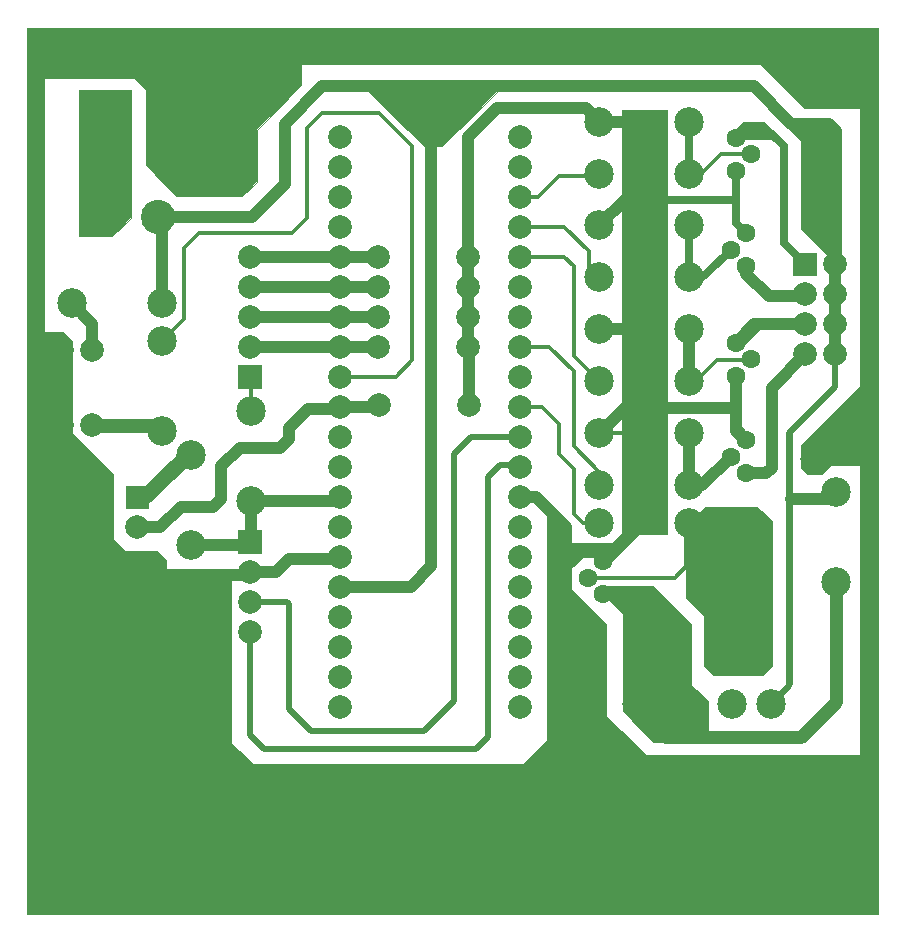
<source format=gbr>
%FSLAX34Y34*%
%MOMM*%
%LNCOPPER_BOTTOM*%
G71*
G01*
%ADD10C, 2.000*%
%ADD11C, 2.500*%
%ADD12C, 2.000*%
%ADD13C, 1.600*%
%ADD14C, 4.500*%
%ADD15C, 3.000*%
%ADD16C, 2.900*%
%ADD17C, 1.000*%
%ADD18C, 0.500*%
%ADD19C, 0.300*%
%ADD20C, 0.100*%
%ADD21C, 0.700*%
%ADD22C, 1.100*%
%LPD*%
X274787Y415473D02*
G54D10*
D03*
X274787Y440873D02*
G54D10*
D03*
X274787Y466273D02*
G54D10*
D03*
X274787Y491673D02*
G54D10*
D03*
X274787Y517073D02*
G54D10*
D03*
X274787Y542473D02*
G54D10*
D03*
X274787Y567873D02*
G54D10*
D03*
X274787Y593273D02*
G54D10*
D03*
X274787Y618673D02*
G54D10*
D03*
X274787Y644073D02*
G54D10*
D03*
X274787Y669473D02*
G54D10*
D03*
X274787Y694873D02*
G54D10*
D03*
X274787Y720273D02*
G54D10*
D03*
X274787Y745673D02*
G54D10*
D03*
X274787Y771073D02*
G54D10*
D03*
X274787Y796473D02*
G54D10*
D03*
X274787Y821873D02*
G54D10*
D03*
X274787Y847273D02*
G54D10*
D03*
X274787Y872673D02*
G54D10*
D03*
X274787Y898073D02*
G54D10*
D03*
X427187Y415473D02*
G54D10*
D03*
X427187Y440873D02*
G54D10*
D03*
X427187Y466273D02*
G54D10*
D03*
X427187Y491673D02*
G54D10*
D03*
X427187Y517073D02*
G54D10*
D03*
X427187Y542473D02*
G54D10*
D03*
X427187Y567873D02*
G54D10*
D03*
X427187Y593273D02*
G54D10*
D03*
X427187Y618673D02*
G54D10*
D03*
X427187Y644073D02*
G54D10*
D03*
X427187Y669473D02*
G54D10*
D03*
X427187Y694873D02*
G54D10*
D03*
X427187Y720273D02*
G54D10*
D03*
X427187Y745673D02*
G54D10*
D03*
X427187Y771073D02*
G54D10*
D03*
X427187Y796473D02*
G54D10*
D03*
X427187Y821873D02*
G54D10*
D03*
X427187Y847273D02*
G54D10*
D03*
X427187Y872673D02*
G54D10*
D03*
X427187Y898073D02*
G54D10*
D03*
X123486Y757097D02*
G54D11*
D03*
X47286Y757097D02*
G54D11*
D03*
X123486Y725347D02*
G54D11*
D03*
X123486Y649147D02*
G54D11*
D03*
X494125Y911025D02*
G54D11*
D03*
X570325Y911025D02*
G54D11*
D03*
X570325Y571275D02*
G54D11*
D03*
X494125Y571275D02*
G54D11*
D03*
X622896Y571171D02*
G54D11*
D03*
X676778Y625053D02*
G54D11*
D03*
X694368Y596978D02*
G54D11*
D03*
X694368Y520778D02*
G54D11*
D03*
X199197Y589664D02*
G54D11*
D03*
X199197Y665864D02*
G54D11*
D03*
X382737Y796473D02*
G54D12*
D03*
X306537Y796473D02*
G54D12*
D03*
X148338Y629032D02*
G54D11*
D03*
X148338Y552832D02*
G54D11*
D03*
X307350Y670875D02*
G54D12*
D03*
X383550Y670875D02*
G54D12*
D03*
X64543Y717207D02*
G54D12*
D03*
X39143Y717207D02*
G54D12*
D03*
X64543Y653707D02*
G54D12*
D03*
X39143Y653707D02*
G54D12*
D03*
X609897Y897492D02*
G54D13*
D03*
X622598Y883492D02*
G54D13*
D03*
X609898Y869492D02*
G54D13*
D03*
X618241Y788444D02*
G54D13*
D03*
X605541Y802443D02*
G54D13*
D03*
X618241Y816444D02*
G54D13*
D03*
X609721Y723789D02*
G54D13*
D03*
X622421Y709788D02*
G54D13*
D03*
X609722Y695788D02*
G54D13*
D03*
X618028Y613048D02*
G54D13*
D03*
X605328Y627048D02*
G54D13*
D03*
X618028Y641048D02*
G54D13*
D03*
X497689Y510933D02*
G54D13*
D03*
X484989Y524933D02*
G54D13*
D03*
X497689Y538933D02*
G54D13*
D03*
X606164Y418246D02*
G54D11*
D03*
X639935Y418246D02*
G54D11*
D03*
X526164Y418246D02*
G54D11*
D03*
X683050Y945750D02*
G54D14*
D03*
X206800Y945750D02*
G54D14*
D03*
X206800Y291700D02*
G54D14*
D03*
X683050Y291700D02*
G54D14*
D03*
X80000Y920000D02*
G54D15*
D03*
X130000Y920000D02*
G54D15*
D03*
X70000Y830000D02*
G54D16*
D03*
X120800Y830000D02*
G54D16*
D03*
G36*
X188587Y684873D02*
X188587Y704873D01*
X208587Y704873D01*
X208587Y684873D01*
X188587Y684873D01*
G37*
X198587Y720273D02*
G54D12*
D03*
X198587Y745673D02*
G54D12*
D03*
X198587Y771073D02*
G54D12*
D03*
X198587Y796473D02*
G54D12*
D03*
G36*
X113120Y602801D02*
X113120Y582801D01*
X93120Y582801D01*
X93120Y602801D01*
X113120Y602801D01*
G37*
X103120Y567401D02*
G54D12*
D03*
G36*
X208587Y565173D02*
X208587Y545173D01*
X188587Y545173D01*
X188587Y565173D01*
X208587Y565173D01*
G37*
X198587Y529773D02*
G54D12*
D03*
X198587Y504373D02*
G54D12*
D03*
X198587Y478973D02*
G54D12*
D03*
G36*
X678098Y800049D02*
X678098Y780049D01*
X658098Y780049D01*
X658098Y800049D01*
X678098Y800049D01*
G37*
X693498Y790049D02*
G54D12*
D03*
X668098Y764649D02*
G54D12*
D03*
X693498Y764649D02*
G54D12*
D03*
X668098Y739250D02*
G54D12*
D03*
X693498Y739249D02*
G54D12*
D03*
X668098Y713849D02*
G54D12*
D03*
X693498Y713849D02*
G54D12*
D03*
G54D17*
X80000Y920000D02*
X80000Y840000D01*
X70000Y830000D01*
X494125Y867025D02*
G54D11*
D03*
X570325Y867025D02*
G54D11*
D03*
X494125Y823025D02*
G54D11*
D03*
X570325Y823025D02*
G54D11*
D03*
X494125Y779025D02*
G54D11*
D03*
X570325Y779025D02*
G54D11*
D03*
X494125Y735025D02*
G54D11*
D03*
X570325Y735025D02*
G54D11*
D03*
X494125Y691025D02*
G54D11*
D03*
X570325Y691025D02*
G54D11*
D03*
X494125Y647025D02*
G54D11*
D03*
X570325Y647025D02*
G54D11*
D03*
X494125Y603025D02*
G54D11*
D03*
X570325Y603025D02*
G54D11*
D03*
G54D18*
X609898Y869492D02*
X609898Y824787D01*
X618241Y816444D01*
G54D19*
X570325Y867025D02*
X580650Y867025D01*
X597225Y883600D01*
X622490Y883600D01*
X622598Y883492D01*
G54D19*
X570325Y779025D02*
X582122Y779025D01*
X605541Y802443D01*
G54D19*
X570325Y779025D02*
X570325Y823025D01*
G54D19*
X570325Y911025D02*
X570325Y867025D01*
G54D19*
X609925Y845500D02*
X516600Y845500D01*
X494125Y823025D01*
G54D19*
X494125Y911025D02*
X519000Y911025D01*
X530550Y899475D01*
X530550Y859450D01*
X494125Y823025D01*
G54D19*
X609722Y695788D02*
X609722Y651260D01*
X619934Y641048D01*
G54D19*
X570325Y691025D02*
X576100Y691025D01*
X594050Y708975D01*
X621608Y708975D01*
X622421Y709788D01*
G54D19*
X570325Y603025D02*
X583210Y603025D01*
X607234Y627048D01*
G54D19*
X570325Y647025D02*
X570325Y603025D01*
G54D19*
X570325Y735025D02*
X570325Y691025D01*
G54D19*
X609925Y667700D02*
X514800Y667700D01*
X494125Y647025D01*
G54D19*
X494125Y735025D02*
X517200Y735025D01*
X530550Y721675D01*
X530550Y683450D01*
X494125Y647025D01*
G54D19*
X530550Y721675D02*
X530550Y874075D01*
G54D19*
X427187Y847273D02*
X442473Y847273D01*
X459750Y864550D01*
X491650Y864550D01*
X494125Y867025D01*
G54D19*
X427187Y821873D02*
X464327Y821873D01*
X485150Y801050D01*
X485150Y788000D01*
X494125Y779025D01*
G54D19*
X427187Y796473D02*
X464327Y796473D01*
X472450Y788350D01*
X472450Y712700D01*
X494125Y691025D01*
G54D19*
X609897Y897492D02*
X642708Y897492D01*
X650250Y889950D01*
X650250Y807897D01*
X668098Y790049D01*
G54D19*
X618241Y788444D02*
X618241Y782259D01*
X637550Y762950D01*
X666398Y762950D01*
X668098Y764649D01*
G54D19*
X609721Y723789D02*
X617439Y723789D01*
X631200Y737550D01*
X666398Y737550D01*
X668098Y739250D01*
G54D19*
X618028Y613048D02*
X640048Y613048D01*
X643900Y616900D01*
X643900Y689652D01*
X668098Y713849D01*
G54D19*
X123486Y757097D02*
X123486Y827314D01*
X120800Y830000D01*
G54D19*
X39143Y717207D02*
X22893Y717207D01*
X21600Y718500D01*
G54D19*
X123486Y649147D02*
X69103Y649147D01*
X64543Y653707D01*
G54D19*
X39143Y653707D02*
X26657Y653707D01*
X21600Y648650D01*
X382737Y771073D02*
G54D12*
D03*
X306537Y771073D02*
G54D12*
D03*
X382737Y745673D02*
G54D12*
D03*
X306537Y745673D02*
G54D12*
D03*
X382737Y720273D02*
G54D12*
D03*
X306537Y720273D02*
G54D12*
D03*
G54D19*
X274787Y796473D02*
X306537Y796473D01*
G54D19*
X274787Y771073D02*
X306537Y771073D01*
G54D19*
X274787Y745673D02*
X306537Y745673D01*
G54D19*
X274787Y720273D02*
X306537Y720273D01*
G54D19*
X382737Y720273D02*
X382737Y745673D01*
X382737Y771073D01*
X382737Y796473D01*
X382737Y901837D01*
X402600Y921700D01*
X483450Y921700D01*
X494125Y911025D01*
G54D19*
X198587Y796473D02*
X274787Y796473D01*
G54D19*
X198587Y771073D02*
X274787Y771073D01*
G54D19*
X198587Y745673D02*
X274787Y745673D01*
G54D19*
X198587Y720273D02*
X274787Y720273D01*
G54D19*
X274787Y593273D02*
X202806Y593273D01*
X199197Y589664D01*
G54D19*
X199197Y665864D02*
X199197Y694263D01*
X198587Y694873D01*
G54D19*
X21600Y528000D02*
X196814Y528000D01*
X198587Y529773D01*
X220223Y529773D01*
X231150Y540700D01*
X273014Y540700D01*
X274787Y542473D01*
G54D19*
X198587Y555173D02*
X198587Y589054D01*
X199197Y589664D01*
G54D19*
X198587Y555173D02*
X150679Y555173D01*
X148338Y552832D01*
G54D19*
X148338Y629032D02*
X139351Y629032D01*
X103120Y592801D01*
G54D19*
X103120Y567401D02*
X118151Y567401D01*
X135900Y585150D01*
X167650Y585150D01*
X174000Y591500D01*
X174000Y623250D01*
X186700Y635950D01*
X224800Y635950D01*
X231150Y642300D01*
X231150Y655000D01*
X243850Y667700D01*
X273014Y667700D01*
X274787Y669473D01*
G54D19*
X274787Y669473D02*
X305948Y669473D01*
X307350Y670875D01*
G54D19*
X494125Y603025D02*
X494125Y614275D01*
X472450Y635950D01*
X472450Y699450D01*
X451627Y720273D01*
X427187Y720273D01*
G54D19*
X494125Y571275D02*
X479975Y571275D01*
X472450Y578800D01*
X472450Y616900D01*
X459750Y629600D01*
X459750Y655000D01*
X445277Y669473D01*
X427187Y669473D01*
G54D19*
X484989Y524933D02*
X558283Y524933D01*
X567700Y534350D01*
X567700Y568650D01*
X570325Y571275D01*
G54D17*
X497689Y538933D02*
X497689Y540861D01*
X491500Y547050D01*
X478800Y547050D01*
X466100Y534350D01*
X466100Y401000D01*
X497850Y369250D01*
X720100Y369250D01*
G54D19*
X382737Y720273D02*
X382737Y671688D01*
X383550Y670875D01*
G54D19*
X427187Y593273D02*
X445277Y593273D01*
X459750Y578800D01*
X459750Y540700D01*
X466100Y534350D01*
G54D19*
X494125Y647025D02*
X518525Y647025D01*
X529600Y635950D01*
X529600Y570844D01*
X497689Y538933D01*
G54D19*
X693498Y713849D02*
X693498Y685548D01*
X656600Y648650D01*
X656600Y434912D01*
X639935Y418246D01*
G54D19*
X570325Y571275D02*
X622792Y571275D01*
X622896Y571171D01*
G54D19*
X676778Y625053D02*
X715553Y625053D01*
X720100Y629600D01*
G54D19*
X656600Y591500D02*
X688889Y591500D01*
X694368Y596978D01*
G54D17*
X210000Y250000D02*
X720000Y250000D01*
X720000Y980000D01*
X20000Y980000D01*
X20000Y250000D01*
X210000Y250000D01*
G54D17*
X130000Y920000D02*
X130000Y980000D01*
G36*
X10000Y990000D02*
X730000Y990000D01*
X730000Y980000D01*
X10000Y980000D01*
X10000Y990000D01*
G37*
G54D20*
X10000Y990000D02*
X730000Y990000D01*
X730000Y980000D01*
X10000Y980000D01*
X10000Y990000D01*
G36*
X10000Y990000D02*
X10000Y240000D01*
X20000Y240000D01*
X20000Y990000D01*
X10000Y990000D01*
G37*
G54D20*
X10000Y990000D02*
X10000Y240000D01*
X20000Y240000D01*
X20000Y990000D01*
X10000Y990000D01*
G36*
X10000Y240000D02*
X730000Y240000D01*
X730000Y250000D01*
X10000Y250000D01*
X10000Y240000D01*
G37*
G54D20*
X10000Y240000D02*
X730000Y240000D01*
X730000Y250000D01*
X10000Y250000D01*
X10000Y240000D01*
G36*
X730000Y240000D02*
X730000Y990000D01*
X720000Y990000D01*
X720000Y240000D01*
X730000Y240000D01*
G37*
G54D20*
X730000Y240000D02*
X730000Y990000D01*
X720000Y990000D01*
X720000Y240000D01*
X730000Y240000D01*
G36*
X53350Y937575D02*
X97800Y937575D01*
X97800Y829625D01*
X81925Y813750D01*
X53350Y813750D01*
X53350Y937575D01*
G37*
G54D20*
X53350Y937575D02*
X97800Y937575D01*
X97800Y829625D01*
X81925Y813750D01*
X53350Y813750D01*
X53350Y937575D01*
G36*
X10000Y948000D02*
X100000Y948000D01*
X110000Y938000D01*
X110000Y908000D01*
X114000Y904000D01*
X154000Y904000D01*
X158000Y908000D01*
X158000Y990000D01*
X10000Y990000D01*
X10000Y948000D01*
G37*
G54D20*
X10000Y948000D02*
X100000Y948000D01*
X110000Y938000D01*
X110000Y908000D01*
X114000Y904000D01*
X154000Y904000D01*
X158000Y908000D01*
X158000Y990000D01*
X10000Y990000D01*
X10000Y948000D01*
G54D19*
X274787Y694873D02*
X321823Y694873D01*
X335925Y708975D01*
X335925Y889950D01*
X307350Y918525D01*
X259725Y918525D01*
X247025Y905825D01*
X247025Y829625D01*
X234325Y816925D01*
X154950Y816925D01*
X142250Y804225D01*
X142250Y744112D01*
X123486Y725347D01*
G54D17*
X120800Y830000D02*
X199775Y830000D01*
X227975Y858200D01*
X227975Y909000D01*
X259725Y940750D01*
X624850Y940750D01*
X656600Y909000D01*
X688350Y909000D01*
X694700Y902650D01*
X694700Y791252D01*
X693498Y790049D01*
X693498Y764649D01*
X693498Y739249D01*
X693498Y713849D01*
G54D17*
X274787Y517073D02*
X334523Y517073D01*
X351800Y534350D01*
X351800Y940750D01*
G36*
X242000Y990000D02*
X242000Y942000D01*
X204000Y904000D01*
X204000Y860000D01*
X192000Y848000D01*
X136000Y848000D01*
X110000Y874000D01*
X110000Y990000D01*
X242000Y990000D01*
G37*
G54D20*
X242000Y990000D02*
X242000Y942000D01*
X204000Y904000D01*
X204000Y860000D01*
X192000Y848000D01*
X136000Y848000D01*
X110000Y874000D01*
X110000Y990000D01*
X242000Y990000D01*
G36*
X240000Y960000D02*
X660000Y960000D01*
X660000Y990000D01*
X242000Y990000D01*
X242000Y962000D01*
X240000Y960000D01*
G37*
G54D20*
X240000Y960000D02*
X660000Y960000D01*
X660000Y990000D01*
X242000Y990000D01*
X242000Y962000D01*
X240000Y960000D01*
G36*
X295000Y942500D02*
X345000Y892500D01*
X360000Y892500D01*
X295000Y942500D01*
G37*
G54D20*
X295000Y942500D02*
X345000Y892500D01*
X360000Y892500D01*
X295000Y942500D01*
G36*
X360000Y892500D02*
X405000Y937500D01*
X300000Y937500D01*
X342500Y895000D01*
X362500Y895000D01*
X360000Y892500D01*
G37*
G54D20*
X360000Y892500D02*
X405000Y937500D01*
X300000Y937500D01*
X342500Y895000D01*
X362500Y895000D01*
X360000Y892500D01*
G54D20*
X347500Y892500D02*
X360000Y892500D01*
X365000Y897500D01*
X347500Y897500D01*
X347500Y892500D01*
G36*
X347500Y892500D02*
X360000Y892500D01*
X365000Y897500D01*
X345000Y897500D01*
X345000Y895000D01*
X347500Y892500D01*
G37*
G54D20*
X347500Y892500D02*
X360000Y892500D01*
X365000Y897500D01*
X345000Y897500D01*
X345000Y895000D01*
X347500Y892500D01*
G36*
X667500Y922500D02*
X630000Y960000D01*
X630000Y990000D01*
X730000Y990000D01*
X730000Y922500D01*
X667500Y922500D01*
G37*
G54D20*
X667500Y922500D02*
X630000Y960000D01*
X630000Y990000D01*
X730000Y990000D01*
X730000Y922500D01*
X667500Y922500D01*
G36*
X650000Y910000D02*
X692500Y867500D01*
X692500Y904850D01*
X688350Y909000D01*
X656600Y909000D01*
X650000Y910000D01*
G37*
G54D20*
X650000Y910000D02*
X692500Y867500D01*
X692500Y904850D01*
X688350Y909000D01*
X656600Y909000D01*
X650000Y910000D01*
G54D17*
X383550Y670875D02*
X383550Y719460D01*
X382737Y720273D01*
X382737Y745673D01*
X382737Y771073D01*
X382737Y796473D01*
X382737Y897737D01*
X407500Y922500D01*
X482650Y922500D01*
X494125Y911025D01*
G36*
X513225Y920525D02*
X513225Y561775D01*
X551225Y561775D01*
X551225Y920525D01*
X513225Y920525D01*
G37*
G54D20*
X513225Y920525D02*
X513225Y561775D01*
X551225Y561775D01*
X551225Y920525D01*
X513225Y920525D01*
G54D17*
X494125Y911025D02*
X526025Y911025D01*
X527500Y912500D01*
G54D17*
X494125Y823025D02*
X516600Y845500D01*
G54D17*
X494125Y647025D02*
X494525Y647025D01*
X520000Y672500D01*
G54D17*
X494125Y735025D02*
X532475Y735025D01*
X532500Y735000D01*
G54D21*
X540000Y845000D02*
X609425Y845000D01*
X609925Y845500D01*
X609925Y824759D01*
X618241Y816444D01*
G54D21*
X618241Y816444D02*
X609898Y824787D01*
X609898Y869492D01*
G54D21*
X570325Y779025D02*
X581525Y779025D01*
X585000Y782500D01*
X585598Y782500D01*
X605541Y802443D01*
G54D21*
X570325Y911025D02*
X570325Y867025D01*
G54D21*
X570325Y823025D02*
X570325Y779025D01*
G54D21*
X609897Y897492D02*
X609897Y899897D01*
X617500Y907500D01*
X632700Y907500D01*
X650250Y889950D01*
X650250Y807897D01*
X668098Y790049D01*
G36*
X609897Y897492D02*
X642708Y897492D01*
X632700Y907500D01*
X619905Y907500D01*
X609897Y897492D01*
G37*
G54D20*
X609897Y897492D02*
X642708Y897492D01*
X632700Y907500D01*
X619905Y907500D01*
X609897Y897492D01*
G54D17*
X618241Y788444D02*
X618241Y782259D01*
X637550Y762950D01*
X666398Y762950D01*
X668098Y764649D01*
G54D17*
X668098Y739250D02*
X625182Y739250D01*
X609721Y723789D01*
G54D17*
X618028Y613048D02*
X635548Y613048D01*
X640000Y617500D01*
X640000Y685752D01*
X668098Y713849D01*
G54D17*
X570325Y735025D02*
X570325Y691025D01*
G54D17*
X535000Y668770D02*
X609725Y668770D01*
X609925Y668970D01*
X609925Y650422D01*
X618028Y641048D01*
G54D17*
X618028Y641048D02*
X609925Y649152D01*
X609925Y695585D01*
X609722Y695788D01*
G54D17*
X570325Y603025D02*
X581306Y603025D01*
X605328Y627048D01*
G54D17*
X570325Y647025D02*
X570325Y603025D01*
G36*
X730000Y687500D02*
X715000Y687500D01*
X665000Y637500D01*
X665000Y617500D01*
X670000Y612500D01*
X682500Y612500D01*
X690000Y620000D01*
X730000Y620000D01*
X730000Y687500D01*
G37*
G54D20*
X730000Y687500D02*
X715000Y687500D01*
X665000Y637500D01*
X665000Y617500D01*
X670000Y612500D01*
X682500Y612500D01*
X690000Y620000D01*
X730000Y620000D01*
X730000Y687500D01*
G54D18*
X693498Y713849D02*
X693498Y685998D01*
X655000Y647500D01*
X655000Y433312D01*
X639935Y418246D01*
G54D17*
X656600Y591500D02*
X688889Y591500D01*
X694368Y596978D01*
G36*
X693498Y790049D02*
X693498Y791502D01*
X665000Y820000D01*
X665000Y905000D01*
X662500Y907500D01*
X689850Y907500D01*
X694700Y902650D01*
X694700Y791252D01*
X693498Y790049D01*
G37*
G54D20*
X693498Y790049D02*
X693498Y791502D01*
X665000Y820000D01*
X665000Y905000D01*
X662500Y907500D01*
X689850Y907500D01*
X694700Y902650D01*
X694700Y791252D01*
X693498Y790049D01*
G54D22*
X570325Y571275D02*
X622792Y571275D01*
X622896Y571171D01*
G54D22*
X497689Y538933D02*
X529600Y570844D01*
G54D18*
X198587Y478973D02*
X198587Y391413D01*
X210000Y380000D01*
X390000Y380000D01*
X400000Y390000D01*
X400000Y610000D01*
X410000Y620000D01*
X425860Y620000D01*
X427187Y618673D01*
G54D18*
X198587Y504373D02*
X229377Y504373D01*
X231150Y502600D01*
X231150Y413850D01*
X250000Y395000D01*
X345800Y395000D01*
X370850Y420050D01*
X370850Y629600D01*
X385323Y644073D01*
X427187Y644073D01*
G54D17*
X17500Y527500D02*
X196314Y527500D01*
X198587Y529773D01*
X220223Y529773D01*
X231150Y540700D01*
X273014Y540700D01*
X274787Y542473D01*
G54D17*
X199197Y589664D02*
X271178Y589664D01*
X274787Y593273D01*
G54D17*
X199197Y589664D02*
X199197Y555783D01*
X198587Y555173D01*
G54D17*
X148338Y552832D02*
X196246Y552832D01*
X198587Y555173D01*
G54D17*
X39143Y653707D02*
X18707Y653707D01*
X15000Y650000D01*
G54D17*
X39143Y717207D02*
X19707Y717207D01*
X17500Y715000D01*
G54D17*
X64543Y717207D02*
X64543Y739840D01*
X47286Y757097D01*
G54D17*
X64543Y653707D02*
X118926Y653707D01*
X123486Y649147D01*
G54D17*
X103120Y592801D02*
X112107Y592801D01*
X148338Y629032D01*
G54D17*
X103120Y567401D02*
X122401Y567401D01*
X140000Y585000D01*
X167500Y585000D01*
X174000Y591500D01*
X174000Y619000D01*
X190000Y635000D01*
X223850Y635000D01*
X231150Y642300D01*
X231150Y651150D01*
X247500Y667500D01*
X272814Y667500D01*
X274787Y669473D01*
G54D17*
X198587Y720273D02*
X274787Y720273D01*
X306537Y720273D01*
G54D17*
X198587Y745673D02*
X274787Y745673D01*
X306537Y745673D01*
G54D17*
X198587Y771073D02*
X274787Y771073D01*
X306537Y771073D01*
G54D17*
X198587Y796473D02*
X274787Y796473D01*
X306537Y796473D01*
G54D17*
X123486Y757097D02*
X123486Y827314D01*
X120800Y830000D01*
G54D17*
X274787Y669473D02*
X305948Y669473D01*
X307350Y670875D01*
G36*
X457500Y580000D02*
X457500Y400000D01*
X465000Y400000D01*
X470000Y405000D01*
X470000Y568550D01*
X459750Y578800D01*
X458800Y578800D01*
X457500Y577500D01*
X457500Y580000D01*
G37*
G54D20*
X457500Y580000D02*
X457500Y400000D01*
X465000Y400000D01*
X470000Y405000D01*
X470000Y568550D01*
X459750Y578800D01*
X458800Y578800D01*
X457500Y577500D01*
X457500Y580000D01*
G36*
X465000Y395000D02*
X457500Y395000D01*
X302500Y240000D01*
X730000Y240000D01*
X730000Y367500D01*
X512500Y367500D01*
X480000Y400000D01*
X462500Y400000D01*
X457500Y395000D01*
X465000Y395000D01*
G37*
G54D20*
X465000Y395000D02*
X457500Y395000D01*
X302500Y240000D01*
X730000Y240000D01*
X730000Y367500D01*
X512500Y367500D01*
X480000Y400000D01*
X462500Y400000D01*
X457500Y395000D01*
X465000Y395000D01*
G36*
X570325Y571275D02*
X570325Y560325D01*
X567500Y557500D01*
X567500Y507500D01*
X582500Y492500D01*
X582500Y450000D01*
X590000Y442500D01*
X632500Y442500D01*
X640000Y450000D01*
X640000Y572500D01*
X627500Y585000D01*
X584050Y585000D01*
X570325Y571275D01*
G37*
G54D20*
X570325Y571275D02*
X570325Y560325D01*
X567500Y557500D01*
X567500Y507500D01*
X582500Y492500D01*
X582500Y450000D01*
X590000Y442500D01*
X632500Y442500D01*
X640000Y450000D01*
X640000Y572500D01*
X627500Y585000D01*
X584050Y585000D01*
X570325Y571275D01*
G36*
X440000Y367500D02*
X10000Y367500D01*
X10000Y240000D01*
X447500Y240000D01*
X447500Y352500D01*
X435000Y365000D01*
X440000Y367500D01*
G37*
G54D20*
X440000Y367500D02*
X10000Y367500D01*
X10000Y240000D01*
X447500Y240000D01*
X447500Y352500D01*
X435000Y365000D01*
X440000Y367500D01*
G36*
X182500Y527500D02*
X182500Y385000D01*
X205000Y362500D01*
X10000Y362500D01*
X10000Y527500D01*
X196314Y527500D01*
X198587Y529773D01*
X187273Y529773D01*
X182500Y525000D01*
X182500Y520000D01*
X182500Y527500D01*
G37*
G54D20*
X182500Y527500D02*
X182500Y385000D01*
X205000Y362500D01*
X10000Y362500D01*
X10000Y527500D01*
X196314Y527500D01*
X198587Y529773D01*
X187273Y529773D01*
X182500Y525000D01*
X182500Y520000D01*
X182500Y527500D01*
G36*
X40000Y732500D02*
X47500Y725000D01*
X47500Y647500D01*
X82500Y612500D01*
X82500Y557500D01*
X92500Y547500D01*
X120000Y547500D01*
X127500Y540000D01*
X127500Y495000D01*
X120000Y487500D01*
X10000Y487500D01*
X10000Y732500D01*
X40000Y732500D01*
G37*
G54D20*
X40000Y732500D02*
X47500Y725000D01*
X47500Y647500D01*
X82500Y612500D01*
X82500Y557500D01*
X92500Y547500D01*
X120000Y547500D01*
X127500Y540000D01*
X127500Y495000D01*
X120000Y487500D01*
X10000Y487500D01*
X10000Y732500D01*
X40000Y732500D01*
G36*
X361325Y889950D02*
X345450Y889950D01*
X297825Y937575D01*
X408950Y937575D01*
X361325Y889950D01*
G37*
G54D20*
X361325Y889950D02*
X345450Y889950D01*
X297825Y937575D01*
X408950Y937575D01*
X361325Y889950D01*
G54D22*
X497689Y510933D02*
X509067Y510933D01*
X520000Y500000D01*
X520000Y424410D01*
X526164Y418246D01*
X526164Y413836D01*
X550000Y390000D01*
X664650Y390000D01*
X694368Y419718D01*
X694368Y520778D01*
G36*
X502000Y518000D02*
X540000Y518000D01*
X572000Y486000D01*
X572000Y434000D01*
X586000Y420000D01*
X586000Y388000D01*
X584000Y386000D01*
X540000Y386000D01*
X514000Y412000D01*
X514000Y494000D01*
X504000Y504000D01*
X504000Y504622D01*
X497689Y510933D01*
X497689Y513689D01*
X502000Y518000D01*
G37*
G54D20*
X502000Y518000D02*
X540000Y518000D01*
X572000Y486000D01*
X572000Y434000D01*
X586000Y420000D01*
X586000Y388000D01*
X584000Y386000D01*
X540000Y386000D01*
X514000Y412000D01*
X514000Y494000D01*
X504000Y504000D01*
X504000Y504622D01*
X497689Y510933D01*
X497689Y513689D01*
X502000Y518000D01*
G36*
X508000Y554000D02*
X464000Y554000D01*
X464000Y536450D01*
X466100Y534350D01*
X472350Y534350D01*
X480000Y542000D01*
X506000Y542000D01*
X506000Y552000D01*
X508000Y554000D01*
G37*
G54D20*
X508000Y554000D02*
X464000Y554000D01*
X464000Y536450D01*
X466100Y534350D01*
X472350Y534350D01*
X480000Y542000D01*
X506000Y542000D01*
X506000Y552000D01*
X508000Y554000D01*
G36*
X468000Y520000D02*
X468000Y518000D01*
X500000Y486000D01*
X500000Y408000D01*
X542000Y366000D01*
X450000Y366000D01*
X450000Y590000D01*
X450000Y588550D01*
X470000Y568550D01*
X468000Y520000D01*
G37*
G54D20*
X468000Y520000D02*
X468000Y518000D01*
X500000Y486000D01*
X500000Y408000D01*
X542000Y366000D01*
X450000Y366000D01*
X450000Y590000D01*
X450000Y588550D01*
X470000Y568550D01*
X468000Y520000D01*
G54D17*
X427187Y593273D02*
X440727Y593273D01*
X466000Y568000D01*
M02*

</source>
